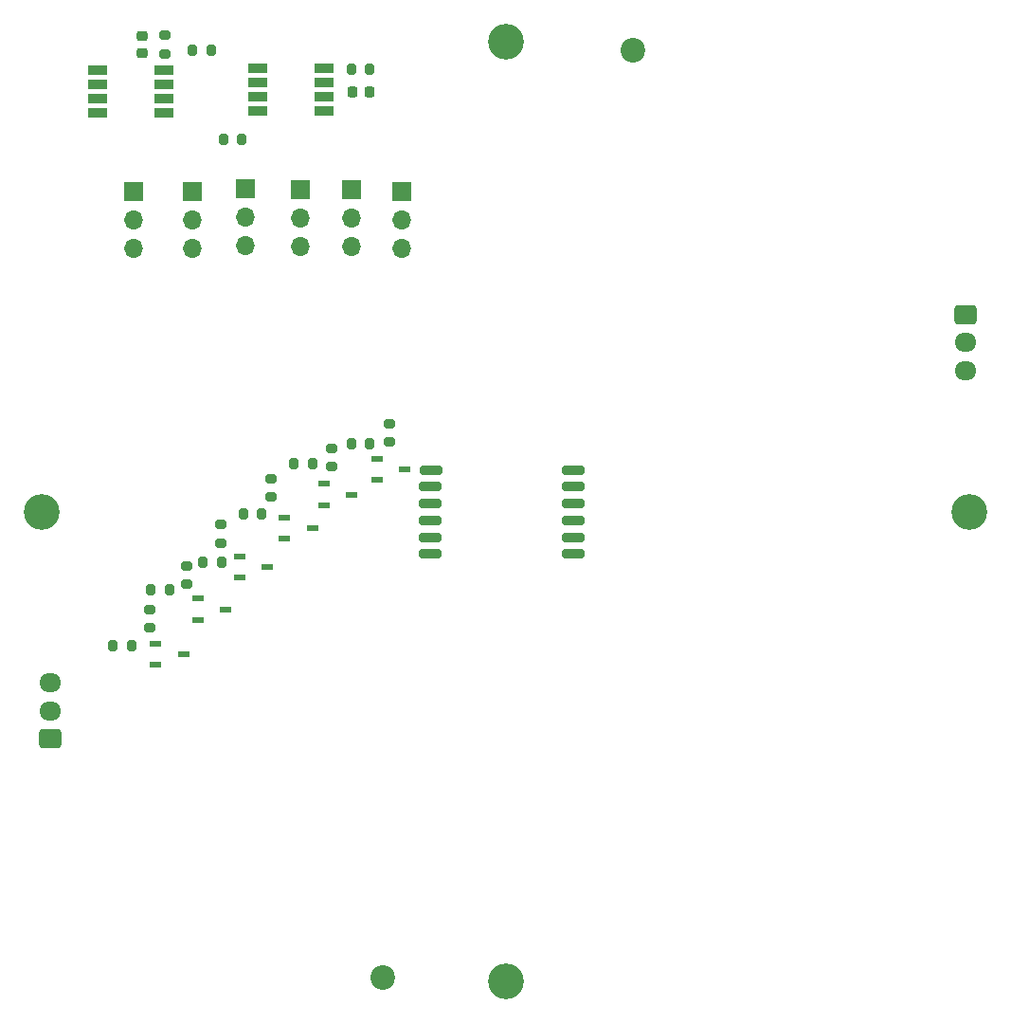
<source format=gbr>
%TF.GenerationSoftware,KiCad,Pcbnew,8.0.1-rc1*%
%TF.CreationDate,2024-03-31T01:12:23-05:00*%
%TF.ProjectId,dome_rgbwauv_pcb,646f6d65-5f72-4676-9277-6175765f7063,rev?*%
%TF.SameCoordinates,Original*%
%TF.FileFunction,Soldermask,Top*%
%TF.FilePolarity,Negative*%
%FSLAX46Y46*%
G04 Gerber Fmt 4.6, Leading zero omitted, Abs format (unit mm)*
G04 Created by KiCad (PCBNEW 8.0.1-rc1) date 2024-03-31 01:12:23*
%MOMM*%
%LPD*%
G01*
G04 APERTURE LIST*
G04 Aperture macros list*
%AMRoundRect*
0 Rectangle with rounded corners*
0 $1 Rounding radius*
0 $2 $3 $4 $5 $6 $7 $8 $9 X,Y pos of 4 corners*
0 Add a 4 corners polygon primitive as box body*
4,1,4,$2,$3,$4,$5,$6,$7,$8,$9,$2,$3,0*
0 Add four circle primitives for the rounded corners*
1,1,$1+$1,$2,$3*
1,1,$1+$1,$4,$5*
1,1,$1+$1,$6,$7*
1,1,$1+$1,$8,$9*
0 Add four rect primitives between the rounded corners*
20,1,$1+$1,$2,$3,$4,$5,0*
20,1,$1+$1,$4,$5,$6,$7,0*
20,1,$1+$1,$6,$7,$8,$9,0*
20,1,$1+$1,$8,$9,$2,$3,0*%
G04 Aperture macros list end*
%ADD10RoundRect,0.200000X-0.200000X-0.275000X0.200000X-0.275000X0.200000X0.275000X-0.200000X0.275000X0*%
%ADD11RoundRect,0.200000X-0.275000X0.200000X-0.275000X-0.200000X0.275000X-0.200000X0.275000X0.200000X0*%
%ADD12RoundRect,0.200000X-0.800000X-0.200000X0.800000X-0.200000X0.800000X0.200000X-0.800000X0.200000X0*%
%ADD13RoundRect,0.200000X-0.812500X-0.200000X0.812500X-0.200000X0.812500X0.200000X-0.812500X0.200000X0*%
%ADD14R,1.700000X1.700000*%
%ADD15O,1.700000X1.700000*%
%ADD16RoundRect,0.225000X0.250000X-0.225000X0.250000X0.225000X-0.250000X0.225000X-0.250000X-0.225000X0*%
%ADD17R,1.070000X0.600000*%
%ADD18RoundRect,0.102000X-0.762000X0.330200X-0.762000X-0.330200X0.762000X-0.330200X0.762000X0.330200X0*%
%ADD19C,3.200000*%
%ADD20RoundRect,0.200000X0.200000X0.275000X-0.200000X0.275000X-0.200000X-0.275000X0.200000X-0.275000X0*%
%ADD21C,2.200000*%
%ADD22RoundRect,0.225000X-0.225000X-0.250000X0.225000X-0.250000X0.225000X0.250000X-0.225000X0.250000X0*%
%ADD23RoundRect,0.250000X-0.725000X0.600000X-0.725000X-0.600000X0.725000X-0.600000X0.725000X0.600000X0*%
%ADD24O,1.950000X1.700000*%
%ADD25RoundRect,0.250000X0.725000X-0.600000X0.725000X0.600000X-0.725000X0.600000X-0.725000X-0.600000X0*%
G04 APERTURE END LIST*
D10*
%TO.C,R15*%
X99363044Y-106448659D03*
X101013044Y-106448659D03*
%TD*%
D11*
%TO.C,R7*%
X118938044Y-88798659D03*
X118938044Y-90448659D03*
%TD*%
%TO.C,R5*%
X113500000Y-91500000D03*
X113500000Y-93150000D03*
%TD*%
D12*
%TO.C,U1*%
X140478144Y-90746759D03*
D13*
X140490644Y-92246759D03*
X140490644Y-93746759D03*
X140490644Y-95246759D03*
X140490644Y-96746759D03*
X140490644Y-98246759D03*
D12*
X127778144Y-90746759D03*
D13*
X127765644Y-92246759D03*
X127765644Y-93746759D03*
X127765644Y-95246759D03*
X127765644Y-96746759D03*
X127765644Y-98246759D03*
%TD*%
D14*
%TO.C,JP1*%
X111188044Y-65658659D03*
D15*
X111188044Y-68198659D03*
X111188044Y-70738659D03*
%TD*%
D11*
%TO.C,R2*%
X104000000Y-51925000D03*
X104000000Y-53575000D03*
%TD*%
%TO.C,R13*%
X105938044Y-99298659D03*
X105938044Y-100948659D03*
%TD*%
D16*
%TO.C,C1*%
X102000000Y-53525000D03*
X102000000Y-51975000D03*
%TD*%
D14*
%TO.C,JP2*%
X106438044Y-65923659D03*
D15*
X106438044Y-68463659D03*
X106438044Y-71003659D03*
%TD*%
D17*
%TO.C,Q1*%
X114708044Y-94998659D03*
X114708044Y-96898659D03*
X117188044Y-95948659D03*
%TD*%
D18*
%TO.C,IC1*%
X97964644Y-55043659D03*
X97964644Y-56313659D03*
X97964644Y-57583659D03*
X97964644Y-58853659D03*
X103911444Y-58853659D03*
X103911444Y-57583659D03*
X103911444Y-56313659D03*
X103911444Y-55043659D03*
%TD*%
D17*
%TO.C,Q2*%
X118208044Y-91998659D03*
X118208044Y-93898659D03*
X120688044Y-92948659D03*
%TD*%
D18*
%TO.C,IC2*%
X112276600Y-54845000D03*
X112276600Y-56115000D03*
X112276600Y-57385000D03*
X112276600Y-58655000D03*
X118223400Y-58655000D03*
X118223400Y-57385000D03*
X118223400Y-56115000D03*
X118223400Y-54845000D03*
%TD*%
D10*
%TO.C,R16*%
X102788044Y-101448659D03*
X104438044Y-101448659D03*
%TD*%
D17*
%TO.C,Q5*%
X103198044Y-106248659D03*
X103198044Y-108148659D03*
X105678044Y-107198659D03*
%TD*%
D19*
%TO.C,REF\u002A\u002A*%
X134478144Y-52548659D03*
%TD*%
D14*
%TO.C,JP5*%
X125188044Y-65868659D03*
D15*
X125188044Y-68408659D03*
X125188044Y-70948659D03*
%TD*%
D19*
%TO.C,REF\u002A\u002A*%
X175918244Y-94496759D03*
%TD*%
D14*
%TO.C,JP3*%
X101188044Y-65923659D03*
D15*
X101188044Y-68463659D03*
X101188044Y-71003659D03*
%TD*%
D10*
%TO.C,R8*%
X115538044Y-90198659D03*
X117188044Y-90198659D03*
%TD*%
D19*
%TO.C,REF\u002A\u002A*%
X93038044Y-94496759D03*
%TD*%
D17*
%TO.C,Q6*%
X106948044Y-102248659D03*
X106948044Y-104148659D03*
X109428044Y-103198659D03*
%TD*%
D20*
%TO.C,R1*%
X108150000Y-53250000D03*
X106500000Y-53250000D03*
%TD*%
D19*
%TO.C,REF\u002A\u002A*%
X134478144Y-136444859D03*
%TD*%
D17*
%TO.C,Q4*%
X110698044Y-98448659D03*
X110698044Y-100348659D03*
X113178044Y-99398659D03*
%TD*%
%TO.C,Q3*%
X122948044Y-89748659D03*
X122948044Y-91648659D03*
X125428044Y-90698659D03*
%TD*%
D10*
%TO.C,R6*%
X111038044Y-94698659D03*
X112688044Y-94698659D03*
%TD*%
%TO.C,R14*%
X107438044Y-98948659D03*
X109088044Y-98948659D03*
%TD*%
D21*
%TO.C,H1*%
X145820044Y-53307659D03*
%TD*%
%TO.C,H2*%
X123486044Y-136043659D03*
%TD*%
D11*
%TO.C,R11*%
X109013044Y-95623659D03*
X109013044Y-97273659D03*
%TD*%
D22*
%TO.C,C2*%
X120750000Y-57000000D03*
X122300000Y-57000000D03*
%TD*%
D20*
%TO.C,R4*%
X122325000Y-55000000D03*
X120675000Y-55000000D03*
%TD*%
D10*
%TO.C,R10*%
X120688044Y-88448659D03*
X122338044Y-88448659D03*
%TD*%
D11*
%TO.C,R9*%
X124113044Y-86623659D03*
X124113044Y-88273659D03*
%TD*%
D10*
%TO.C,R3*%
X109250000Y-61250000D03*
X110900000Y-61250000D03*
%TD*%
D14*
%TO.C,JP4*%
X116138044Y-65698659D03*
D15*
X116138044Y-68238659D03*
X116138044Y-70778659D03*
%TD*%
D14*
%TO.C,JP6*%
X120688044Y-65698659D03*
D15*
X120688044Y-68238659D03*
X120688044Y-70778659D03*
%TD*%
D11*
%TO.C,R12*%
X102688044Y-103198659D03*
X102688044Y-104848659D03*
%TD*%
D23*
%TO.C,J2*%
X175588044Y-76873659D03*
D24*
X175588044Y-79373659D03*
X175588044Y-81873659D03*
%TD*%
D25*
%TO.C,J1*%
X93788044Y-114778659D03*
D24*
X93788044Y-112278659D03*
X93788044Y-109778659D03*
%TD*%
M02*

</source>
